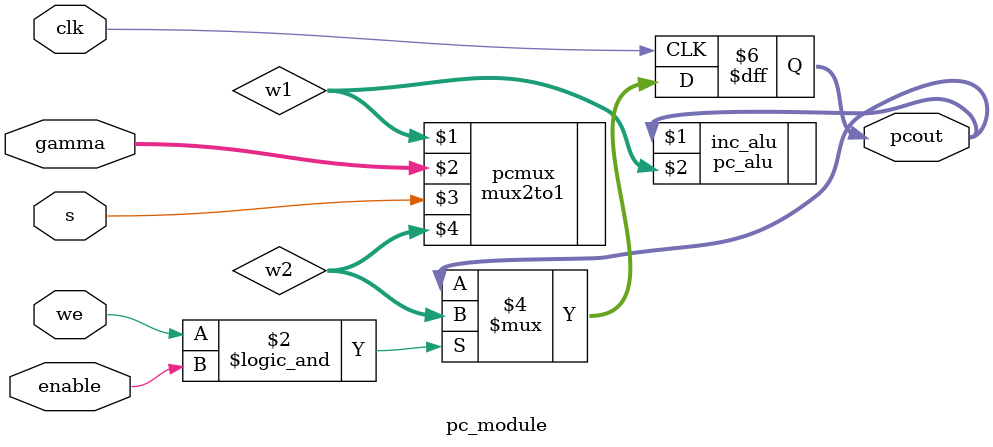
<source format=v>
module pc_module 
	#(parameter width = 6)
	(
		input [width-1:0] gamma,
		input clk, 
		input s, we, enable,
		output reg [width-1:0] pcout 
	);

	wire [width-1:0] w1;
	wire [width-1:0] w2;

	//mux will selection which address to send to PC
	mux2to1 #(width) pcmux (w1, gamma, s, w2); //s==1 => PC INC
	pc_alu inc_alu(pcout, w1);
	
	//to start the process from 0th instruction
	initial pcout = 0;
	always @(posedge clk)
	 	if (we && enable) pcout <= w2;

endmodule

</source>
